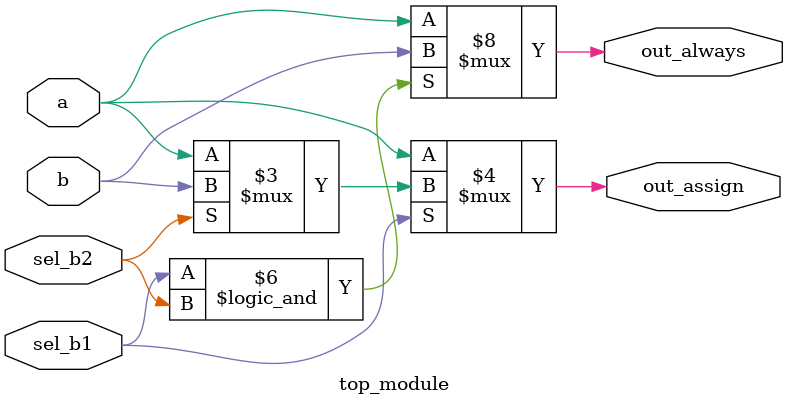
<source format=v>
module top_module(
    input a,
    input b,
    input sel_b1,
    input sel_b2,
    output wire out_assign,
    output reg out_always   ); 

assign out_assign = (sel_b1==0) ? a : 
                    (sel_b2==1) ? b : a;
always @(*) begin
    if (sel_b1 && sel_b2) begin
        out_always = b;
    end
    else begin 
        out_always = a;
    end
    
end


endmodule

</source>
